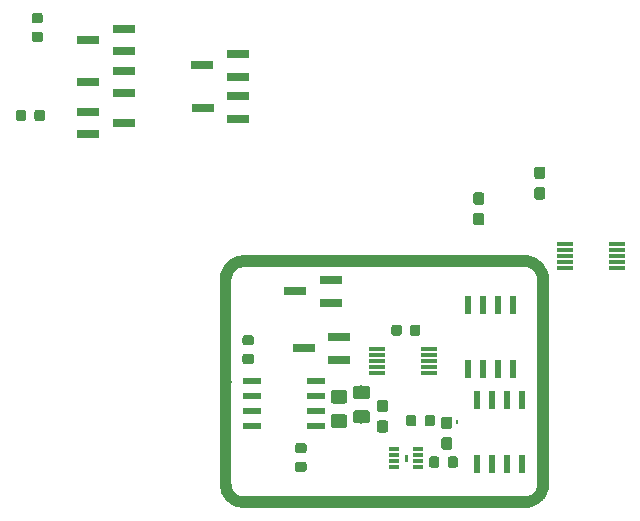
<source format=gtp>
G04 #@! TF.GenerationSoftware,KiCad,Pcbnew,5.1.2-f72e74a~84~ubuntu16.04.1*
G04 #@! TF.CreationDate,2019-07-11T03:11:06-05:00*
G04 #@! TF.ProjectId,uno shield,756e6f20-7368-4696-956c-642e6b696361,rev?*
G04 #@! TF.SameCoordinates,Original*
G04 #@! TF.FileFunction,Paste,Top*
G04 #@! TF.FilePolarity,Positive*
%FSLAX46Y46*%
G04 Gerber Fmt 4.6, Leading zero omitted, Abs format (unit mm)*
G04 Created by KiCad (PCBNEW 5.1.2-f72e74a~84~ubuntu16.04.1) date 2019-07-11 03:11:06*
%MOMM*%
%LPD*%
G04 APERTURE LIST*
%ADD10C,0.001000*%
%ADD11C,0.100000*%
%ADD12C,0.950000*%
%ADD13C,1.000000*%
%ADD14R,0.863600X0.300000*%
%ADD15R,1.900000X0.800000*%
%ADD16C,0.875000*%
%ADD17R,0.600000X1.550000*%
%ADD18R,1.550000X0.600000*%
%ADD19R,1.400000X0.300000*%
%ADD20C,1.150000*%
G04 APERTURE END LIST*
D10*
X152280000Y-118720000D02*
X152130000Y-118720000D01*
X152130034Y-118719343D02*
X152130034Y-118499343D01*
X152280000Y-118500000D02*
X152280000Y-118720000D01*
X152130000Y-118500000D02*
X152280000Y-118500000D01*
G36*
X148000000Y-121955000D02*
G01*
X148000000Y-121485000D01*
X147840000Y-121485000D01*
X147840000Y-121955000D01*
X148000000Y-121955000D01*
G37*
X148000000Y-121955000D02*
X148000000Y-121485000D01*
X147840000Y-121485000D01*
X147840000Y-121955000D01*
X148000000Y-121955000D01*
D11*
G36*
X154360779Y-99206144D02*
G01*
X154383834Y-99209563D01*
X154406443Y-99215227D01*
X154428387Y-99223079D01*
X154449457Y-99233044D01*
X154469448Y-99245026D01*
X154488168Y-99258910D01*
X154505438Y-99274562D01*
X154521090Y-99291832D01*
X154534974Y-99310552D01*
X154546956Y-99330543D01*
X154556921Y-99351613D01*
X154564773Y-99373557D01*
X154570437Y-99396166D01*
X154573856Y-99419221D01*
X154575000Y-99442500D01*
X154575000Y-100017500D01*
X154573856Y-100040779D01*
X154570437Y-100063834D01*
X154564773Y-100086443D01*
X154556921Y-100108387D01*
X154546956Y-100129457D01*
X154534974Y-100149448D01*
X154521090Y-100168168D01*
X154505438Y-100185438D01*
X154488168Y-100201090D01*
X154469448Y-100214974D01*
X154449457Y-100226956D01*
X154428387Y-100236921D01*
X154406443Y-100244773D01*
X154383834Y-100250437D01*
X154360779Y-100253856D01*
X154337500Y-100255000D01*
X153862500Y-100255000D01*
X153839221Y-100253856D01*
X153816166Y-100250437D01*
X153793557Y-100244773D01*
X153771613Y-100236921D01*
X153750543Y-100226956D01*
X153730552Y-100214974D01*
X153711832Y-100201090D01*
X153694562Y-100185438D01*
X153678910Y-100168168D01*
X153665026Y-100149448D01*
X153653044Y-100129457D01*
X153643079Y-100108387D01*
X153635227Y-100086443D01*
X153629563Y-100063834D01*
X153626144Y-100040779D01*
X153625000Y-100017500D01*
X153625000Y-99442500D01*
X153626144Y-99419221D01*
X153629563Y-99396166D01*
X153635227Y-99373557D01*
X153643079Y-99351613D01*
X153653044Y-99330543D01*
X153665026Y-99310552D01*
X153678910Y-99291832D01*
X153694562Y-99274562D01*
X153711832Y-99258910D01*
X153730552Y-99245026D01*
X153750543Y-99233044D01*
X153771613Y-99223079D01*
X153793557Y-99215227D01*
X153816166Y-99209563D01*
X153839221Y-99206144D01*
X153862500Y-99205000D01*
X154337500Y-99205000D01*
X154360779Y-99206144D01*
X154360779Y-99206144D01*
G37*
D12*
X154100000Y-99730000D03*
D11*
G36*
X154360779Y-100956144D02*
G01*
X154383834Y-100959563D01*
X154406443Y-100965227D01*
X154428387Y-100973079D01*
X154449457Y-100983044D01*
X154469448Y-100995026D01*
X154488168Y-101008910D01*
X154505438Y-101024562D01*
X154521090Y-101041832D01*
X154534974Y-101060552D01*
X154546956Y-101080543D01*
X154556921Y-101101613D01*
X154564773Y-101123557D01*
X154570437Y-101146166D01*
X154573856Y-101169221D01*
X154575000Y-101192500D01*
X154575000Y-101767500D01*
X154573856Y-101790779D01*
X154570437Y-101813834D01*
X154564773Y-101836443D01*
X154556921Y-101858387D01*
X154546956Y-101879457D01*
X154534974Y-101899448D01*
X154521090Y-101918168D01*
X154505438Y-101935438D01*
X154488168Y-101951090D01*
X154469448Y-101964974D01*
X154449457Y-101976956D01*
X154428387Y-101986921D01*
X154406443Y-101994773D01*
X154383834Y-102000437D01*
X154360779Y-102003856D01*
X154337500Y-102005000D01*
X153862500Y-102005000D01*
X153839221Y-102003856D01*
X153816166Y-102000437D01*
X153793557Y-101994773D01*
X153771613Y-101986921D01*
X153750543Y-101976956D01*
X153730552Y-101964974D01*
X153711832Y-101951090D01*
X153694562Y-101935438D01*
X153678910Y-101918168D01*
X153665026Y-101899448D01*
X153653044Y-101879457D01*
X153643079Y-101858387D01*
X153635227Y-101836443D01*
X153629563Y-101813834D01*
X153626144Y-101790779D01*
X153625000Y-101767500D01*
X153625000Y-101192500D01*
X153626144Y-101169221D01*
X153629563Y-101146166D01*
X153635227Y-101123557D01*
X153643079Y-101101613D01*
X153653044Y-101080543D01*
X153665026Y-101060552D01*
X153678910Y-101041832D01*
X153694562Y-101024562D01*
X153711832Y-101008910D01*
X153730552Y-100995026D01*
X153750543Y-100983044D01*
X153771613Y-100973079D01*
X153793557Y-100965227D01*
X153816166Y-100959563D01*
X153839221Y-100956144D01*
X153862500Y-100955000D01*
X154337500Y-100955000D01*
X154360779Y-100956144D01*
X154360779Y-100956144D01*
G37*
D12*
X154100000Y-101480000D03*
D11*
G36*
X159530779Y-98771144D02*
G01*
X159553834Y-98774563D01*
X159576443Y-98780227D01*
X159598387Y-98788079D01*
X159619457Y-98798044D01*
X159639448Y-98810026D01*
X159658168Y-98823910D01*
X159675438Y-98839562D01*
X159691090Y-98856832D01*
X159704974Y-98875552D01*
X159716956Y-98895543D01*
X159726921Y-98916613D01*
X159734773Y-98938557D01*
X159740437Y-98961166D01*
X159743856Y-98984221D01*
X159745000Y-99007500D01*
X159745000Y-99582500D01*
X159743856Y-99605779D01*
X159740437Y-99628834D01*
X159734773Y-99651443D01*
X159726921Y-99673387D01*
X159716956Y-99694457D01*
X159704974Y-99714448D01*
X159691090Y-99733168D01*
X159675438Y-99750438D01*
X159658168Y-99766090D01*
X159639448Y-99779974D01*
X159619457Y-99791956D01*
X159598387Y-99801921D01*
X159576443Y-99809773D01*
X159553834Y-99815437D01*
X159530779Y-99818856D01*
X159507500Y-99820000D01*
X159032500Y-99820000D01*
X159009221Y-99818856D01*
X158986166Y-99815437D01*
X158963557Y-99809773D01*
X158941613Y-99801921D01*
X158920543Y-99791956D01*
X158900552Y-99779974D01*
X158881832Y-99766090D01*
X158864562Y-99750438D01*
X158848910Y-99733168D01*
X158835026Y-99714448D01*
X158823044Y-99694457D01*
X158813079Y-99673387D01*
X158805227Y-99651443D01*
X158799563Y-99628834D01*
X158796144Y-99605779D01*
X158795000Y-99582500D01*
X158795000Y-99007500D01*
X158796144Y-98984221D01*
X158799563Y-98961166D01*
X158805227Y-98938557D01*
X158813079Y-98916613D01*
X158823044Y-98895543D01*
X158835026Y-98875552D01*
X158848910Y-98856832D01*
X158864562Y-98839562D01*
X158881832Y-98823910D01*
X158900552Y-98810026D01*
X158920543Y-98798044D01*
X158941613Y-98788079D01*
X158963557Y-98780227D01*
X158986166Y-98774563D01*
X159009221Y-98771144D01*
X159032500Y-98770000D01*
X159507500Y-98770000D01*
X159530779Y-98771144D01*
X159530779Y-98771144D01*
G37*
D12*
X159270000Y-99295000D03*
D11*
G36*
X159530779Y-97021144D02*
G01*
X159553834Y-97024563D01*
X159576443Y-97030227D01*
X159598387Y-97038079D01*
X159619457Y-97048044D01*
X159639448Y-97060026D01*
X159658168Y-97073910D01*
X159675438Y-97089562D01*
X159691090Y-97106832D01*
X159704974Y-97125552D01*
X159716956Y-97145543D01*
X159726921Y-97166613D01*
X159734773Y-97188557D01*
X159740437Y-97211166D01*
X159743856Y-97234221D01*
X159745000Y-97257500D01*
X159745000Y-97832500D01*
X159743856Y-97855779D01*
X159740437Y-97878834D01*
X159734773Y-97901443D01*
X159726921Y-97923387D01*
X159716956Y-97944457D01*
X159704974Y-97964448D01*
X159691090Y-97983168D01*
X159675438Y-98000438D01*
X159658168Y-98016090D01*
X159639448Y-98029974D01*
X159619457Y-98041956D01*
X159598387Y-98051921D01*
X159576443Y-98059773D01*
X159553834Y-98065437D01*
X159530779Y-98068856D01*
X159507500Y-98070000D01*
X159032500Y-98070000D01*
X159009221Y-98068856D01*
X158986166Y-98065437D01*
X158963557Y-98059773D01*
X158941613Y-98051921D01*
X158920543Y-98041956D01*
X158900552Y-98029974D01*
X158881832Y-98016090D01*
X158864562Y-98000438D01*
X158848910Y-97983168D01*
X158835026Y-97964448D01*
X158823044Y-97944457D01*
X158813079Y-97923387D01*
X158805227Y-97901443D01*
X158799563Y-97878834D01*
X158796144Y-97855779D01*
X158795000Y-97832500D01*
X158795000Y-97257500D01*
X158796144Y-97234221D01*
X158799563Y-97211166D01*
X158805227Y-97188557D01*
X158813079Y-97166613D01*
X158823044Y-97145543D01*
X158835026Y-97125552D01*
X158848910Y-97106832D01*
X158864562Y-97089562D01*
X158881832Y-97073910D01*
X158900552Y-97060026D01*
X158920543Y-97048044D01*
X158941613Y-97038079D01*
X158963557Y-97030227D01*
X158986166Y-97024563D01*
X159009221Y-97021144D01*
X159032500Y-97020000D01*
X159507500Y-97020000D01*
X159530779Y-97021144D01*
X159530779Y-97021144D01*
G37*
D12*
X159270000Y-97545000D03*
D13*
X159560000Y-115230000D03*
D11*
G36*
X160060000Y-106630000D02*
G01*
X160060000Y-123830000D01*
X159060000Y-123830000D01*
X159060000Y-106630000D01*
X160060000Y-106630000D01*
X160060000Y-106630000D01*
G37*
D13*
X132660000Y-115230000D03*
D11*
G36*
X133160000Y-106630000D02*
G01*
X133160000Y-123830000D01*
X132160000Y-123830000D01*
X132160000Y-106630000D01*
X133160000Y-106630000D01*
X133160000Y-106630000D01*
G37*
D13*
X146110000Y-125430000D03*
D11*
G36*
X132720014Y-123333617D02*
G01*
X132768167Y-123341842D01*
X132815287Y-123354728D01*
X132860924Y-123372149D01*
X132904644Y-123393941D01*
X132946028Y-123419895D01*
X132984683Y-123449764D01*
X133020238Y-123483262D01*
X133052354Y-123520070D01*
X133080726Y-123559836D01*
X133105082Y-123602181D01*
X133125189Y-123646701D01*
X133140856Y-123692970D01*
X133151933Y-123740548D01*
X133158315Y-123788979D01*
X133159397Y-123821494D01*
X133159491Y-123822595D01*
X133164230Y-123951476D01*
X133178241Y-124055032D01*
X133202293Y-124156739D01*
X133236154Y-124255608D01*
X133279501Y-124350700D01*
X133331919Y-124441107D01*
X133392915Y-124525976D01*
X133461902Y-124604486D01*
X133538210Y-124675881D01*
X133621131Y-124739496D01*
X133709858Y-124794712D01*
X133803553Y-124841009D01*
X133901319Y-124877941D01*
X134002220Y-124905156D01*
X134105297Y-124922396D01*
X134216994Y-124930000D01*
X157966438Y-124930000D01*
X158081476Y-124925770D01*
X158185032Y-124911759D01*
X158286739Y-124887707D01*
X158385608Y-124853846D01*
X158480700Y-124810499D01*
X158571107Y-124758081D01*
X158655976Y-124697085D01*
X158734486Y-124628098D01*
X158805881Y-124551790D01*
X158869496Y-124468869D01*
X158924712Y-124380142D01*
X158971009Y-124286447D01*
X159007941Y-124188681D01*
X159035156Y-124087780D01*
X159052396Y-123984703D01*
X159061155Y-123856040D01*
X159061678Y-123849079D01*
X159068049Y-123800647D01*
X159079116Y-123753067D01*
X159094774Y-123706794D01*
X159114871Y-123662270D01*
X159139219Y-123619920D01*
X159167582Y-123580148D01*
X159199691Y-123543334D01*
X159235239Y-123509829D01*
X159273888Y-123479952D01*
X159315267Y-123453989D01*
X159358982Y-123432188D01*
X159404617Y-123414757D01*
X159451733Y-123401863D01*
X159499884Y-123393627D01*
X159548609Y-123390130D01*
X159597442Y-123391404D01*
X159645917Y-123397437D01*
X159693573Y-123408172D01*
X159739954Y-123423506D01*
X159784617Y-123443293D01*
X159827136Y-123467344D01*
X159867104Y-123495429D01*
X159904143Y-123527280D01*
X159937895Y-123562594D01*
X159968041Y-123601032D01*
X159994292Y-123642229D01*
X160016398Y-123685791D01*
X160034147Y-123731303D01*
X160047370Y-123778328D01*
X160055942Y-123826421D01*
X160059779Y-123875120D01*
X160058845Y-123923960D01*
X160048426Y-124077001D01*
X160048426Y-124077024D01*
X160048423Y-124077051D01*
X160047902Y-124083983D01*
X160045176Y-124104709D01*
X160042730Y-124125540D01*
X160017423Y-124276855D01*
X160016223Y-124283732D01*
X160011484Y-124304106D01*
X160007021Y-124324584D01*
X159967069Y-124472707D01*
X159965204Y-124479434D01*
X159958497Y-124499255D01*
X159952060Y-124519191D01*
X159897849Y-124662698D01*
X159897844Y-124662714D01*
X159897836Y-124662733D01*
X159895332Y-124669222D01*
X159886737Y-124688265D01*
X159878369Y-124707513D01*
X159810407Y-124845054D01*
X159807270Y-124851291D01*
X159796855Y-124869406D01*
X159786655Y-124887737D01*
X159705596Y-125017991D01*
X159701866Y-125023892D01*
X159689719Y-125040925D01*
X159677791Y-125058155D01*
X159584409Y-125179877D01*
X159580121Y-125185386D01*
X159566356Y-125201168D01*
X159552815Y-125217138D01*
X159448000Y-125329166D01*
X159443195Y-125334230D01*
X159427964Y-125348586D01*
X159412924Y-125363163D01*
X159297688Y-125464419D01*
X159297677Y-125464430D01*
X159297663Y-125464441D01*
X159292400Y-125469000D01*
X159275867Y-125481781D01*
X159259450Y-125494842D01*
X159134871Y-125584379D01*
X159129174Y-125588413D01*
X159111435Y-125599543D01*
X159093861Y-125610915D01*
X158961140Y-125687868D01*
X158955076Y-125691327D01*
X158936365Y-125700658D01*
X158917729Y-125710279D01*
X158778141Y-125773908D01*
X158778135Y-125773911D01*
X158778132Y-125773912D01*
X158771760Y-125776763D01*
X158752205Y-125784233D01*
X158732749Y-125791977D01*
X158587613Y-125841684D01*
X158587607Y-125841686D01*
X158587600Y-125841688D01*
X158580989Y-125843901D01*
X158560778Y-125849432D01*
X158540674Y-125855237D01*
X158391382Y-125890543D01*
X158391372Y-125890545D01*
X158384572Y-125892103D01*
X158363937Y-125895632D01*
X158343347Y-125899450D01*
X158191332Y-125920018D01*
X158191315Y-125920021D01*
X158191294Y-125920023D01*
X158184391Y-125920908D01*
X158163515Y-125922406D01*
X158142645Y-125924197D01*
X158010000Y-125929073D01*
X158010000Y-125930000D01*
X157983728Y-125930000D01*
X157982353Y-125930041D01*
X157980780Y-125930000D01*
X157966473Y-125930000D01*
X157963163Y-125930110D01*
X157956113Y-125930000D01*
X134210000Y-125930000D01*
X134210000Y-125929686D01*
X134166040Y-125928845D01*
X134012999Y-125918426D01*
X134012976Y-125918426D01*
X134012949Y-125918423D01*
X134006017Y-125917902D01*
X133985291Y-125915176D01*
X133964460Y-125912730D01*
X133813145Y-125887423D01*
X133806268Y-125886223D01*
X133785894Y-125881484D01*
X133765416Y-125877021D01*
X133617304Y-125837072D01*
X133617295Y-125837070D01*
X133617285Y-125837067D01*
X133610566Y-125835204D01*
X133590745Y-125828497D01*
X133570809Y-125822060D01*
X133427302Y-125767849D01*
X133427286Y-125767844D01*
X133427267Y-125767836D01*
X133420778Y-125765332D01*
X133401735Y-125756737D01*
X133382487Y-125748369D01*
X133244946Y-125680407D01*
X133238709Y-125677270D01*
X133220594Y-125666855D01*
X133202263Y-125656655D01*
X133072009Y-125575596D01*
X133066108Y-125571866D01*
X133049075Y-125559719D01*
X133031845Y-125547791D01*
X132910123Y-125454409D01*
X132904614Y-125450121D01*
X132888832Y-125436356D01*
X132872862Y-125422815D01*
X132760834Y-125318000D01*
X132755770Y-125313195D01*
X132741414Y-125297964D01*
X132726837Y-125282924D01*
X132625581Y-125167688D01*
X132625570Y-125167677D01*
X132625559Y-125167663D01*
X132621000Y-125162400D01*
X132608219Y-125145867D01*
X132595158Y-125129450D01*
X132505621Y-125004871D01*
X132501587Y-124999174D01*
X132490457Y-124981435D01*
X132479085Y-124963861D01*
X132402132Y-124831140D01*
X132398673Y-124825076D01*
X132389342Y-124806365D01*
X132379721Y-124787729D01*
X132316088Y-124648132D01*
X132313237Y-124641760D01*
X132305767Y-124622205D01*
X132298023Y-124602749D01*
X132248315Y-124457609D01*
X132246099Y-124450989D01*
X132240568Y-124430778D01*
X132234763Y-124410674D01*
X132199456Y-124261376D01*
X132197897Y-124254572D01*
X132194368Y-124233937D01*
X132190550Y-124213347D01*
X132169982Y-124061332D01*
X132169979Y-124061315D01*
X132169977Y-124061294D01*
X132169092Y-124054391D01*
X132167594Y-124033515D01*
X132165803Y-124012645D01*
X132160167Y-123859331D01*
X132159959Y-123852353D01*
X132160209Y-123842761D01*
X132159890Y-123833164D01*
X132160061Y-123822203D01*
X132160219Y-123815224D01*
X132164046Y-123766524D01*
X132172607Y-123718430D01*
X132185821Y-123671401D01*
X132203560Y-123625887D01*
X132225658Y-123582320D01*
X132251900Y-123541117D01*
X132282038Y-123502673D01*
X132315783Y-123467353D01*
X132352815Y-123435494D01*
X132392778Y-123407401D01*
X132435292Y-123383341D01*
X132479951Y-123363545D01*
X132526328Y-123348202D01*
X132573982Y-123337457D01*
X132622457Y-123331414D01*
X132671290Y-123330130D01*
X132720014Y-123333617D01*
X132720014Y-123333617D01*
G37*
D13*
X146110000Y-105030000D03*
D11*
G36*
X134263887Y-104530000D02*
G01*
X158010000Y-104530000D01*
X158010000Y-104530314D01*
X158053960Y-104531155D01*
X158207021Y-104541575D01*
X158207028Y-104541575D01*
X158213983Y-104542098D01*
X158234730Y-104544827D01*
X158255541Y-104547270D01*
X158406835Y-104572574D01*
X158406855Y-104572576D01*
X158406878Y-104572581D01*
X158413732Y-104573777D01*
X158434077Y-104578509D01*
X158454584Y-104582979D01*
X158602691Y-104622927D01*
X158602705Y-104622930D01*
X158602721Y-104622935D01*
X158609434Y-104624796D01*
X158629255Y-104631503D01*
X158649191Y-104637940D01*
X158792698Y-104692151D01*
X158792714Y-104692156D01*
X158792733Y-104692164D01*
X158799223Y-104694668D01*
X158818280Y-104703270D01*
X158837513Y-104711631D01*
X158975043Y-104779588D01*
X158975052Y-104779592D01*
X158975061Y-104779597D01*
X158981292Y-104782730D01*
X158999424Y-104793154D01*
X159017737Y-104803345D01*
X159147985Y-104884401D01*
X159147991Y-104884404D01*
X159147992Y-104884405D01*
X159153893Y-104888135D01*
X159170911Y-104900271D01*
X159188155Y-104912209D01*
X159309877Y-105005591D01*
X159315386Y-105009879D01*
X159331168Y-105023644D01*
X159347138Y-105037185D01*
X159459166Y-105142000D01*
X159464230Y-105146805D01*
X159478586Y-105162036D01*
X159493163Y-105177076D01*
X159594430Y-105292323D01*
X159599001Y-105297600D01*
X159611786Y-105314139D01*
X159624843Y-105330551D01*
X159714379Y-105455129D01*
X159718413Y-105460826D01*
X159729529Y-105478543D01*
X159740915Y-105496139D01*
X159817859Y-105628845D01*
X159817871Y-105628864D01*
X159817883Y-105628888D01*
X159821328Y-105634925D01*
X159830673Y-105653663D01*
X159840279Y-105672271D01*
X159903912Y-105811868D01*
X159906763Y-105818240D01*
X159914233Y-105837795D01*
X159921977Y-105857251D01*
X159971685Y-106002391D01*
X159973901Y-106009011D01*
X159979432Y-106029222D01*
X159985237Y-106049326D01*
X160020544Y-106198624D01*
X160022103Y-106205428D01*
X160025632Y-106226063D01*
X160029450Y-106246653D01*
X160050018Y-106398668D01*
X160050021Y-106398685D01*
X160050023Y-106398706D01*
X160050908Y-106405608D01*
X160052407Y-106426494D01*
X160054197Y-106447356D01*
X160059834Y-106600669D01*
X160060041Y-106607647D01*
X160059791Y-106617239D01*
X160060110Y-106626837D01*
X160059939Y-106637797D01*
X160059781Y-106644777D01*
X160055954Y-106693476D01*
X160047393Y-106741570D01*
X160034179Y-106788599D01*
X160016440Y-106834114D01*
X159994342Y-106877680D01*
X159968100Y-106918883D01*
X159937962Y-106957328D01*
X159904217Y-106992648D01*
X159867185Y-107024507D01*
X159827222Y-107052600D01*
X159784708Y-107076660D01*
X159740049Y-107096455D01*
X159693672Y-107111799D01*
X159646018Y-107122544D01*
X159597543Y-107128586D01*
X159548710Y-107129871D01*
X159499986Y-107126383D01*
X159451833Y-107118158D01*
X159404713Y-107105273D01*
X159359076Y-107087852D01*
X159315356Y-107066059D01*
X159273972Y-107040105D01*
X159235317Y-107010237D01*
X159199762Y-106976738D01*
X159167646Y-106939930D01*
X159139274Y-106900164D01*
X159114918Y-106857819D01*
X159094811Y-106813299D01*
X159079144Y-106767030D01*
X159068067Y-106719452D01*
X159061685Y-106671021D01*
X159060603Y-106638507D01*
X159060509Y-106637406D01*
X159055771Y-106508533D01*
X159041759Y-106404968D01*
X159017707Y-106303261D01*
X158983846Y-106204392D01*
X158940500Y-106109300D01*
X158888078Y-106018888D01*
X158827084Y-105934023D01*
X158758103Y-105855519D01*
X158681790Y-105784119D01*
X158598869Y-105720505D01*
X158510140Y-105665287D01*
X158416443Y-105618989D01*
X158318681Y-105582059D01*
X158217777Y-105554843D01*
X158114703Y-105537604D01*
X158003006Y-105530000D01*
X134253561Y-105530000D01*
X134138533Y-105534229D01*
X134034968Y-105548241D01*
X133933261Y-105572293D01*
X133834392Y-105606154D01*
X133739300Y-105649500D01*
X133648888Y-105701922D01*
X133564023Y-105762916D01*
X133485519Y-105831897D01*
X133414119Y-105908210D01*
X133350505Y-105991131D01*
X133295287Y-106079860D01*
X133248989Y-106173557D01*
X133212059Y-106271319D01*
X133184843Y-106372223D01*
X133167604Y-106475297D01*
X133158845Y-106603960D01*
X133158322Y-106610921D01*
X133151951Y-106659354D01*
X133140884Y-106706934D01*
X133125226Y-106753206D01*
X133105129Y-106797730D01*
X133080781Y-106840080D01*
X133052418Y-106879852D01*
X133020309Y-106916667D01*
X132984761Y-106950172D01*
X132946112Y-106980049D01*
X132904733Y-107006011D01*
X132861018Y-107027812D01*
X132815383Y-107045243D01*
X132768267Y-107058138D01*
X132720116Y-107066373D01*
X132671391Y-107069870D01*
X132622558Y-107068596D01*
X132574083Y-107062563D01*
X132526427Y-107051828D01*
X132480046Y-107036494D01*
X132435383Y-107016708D01*
X132392864Y-106992656D01*
X132352896Y-106964572D01*
X132315857Y-106932721D01*
X132282105Y-106897407D01*
X132251959Y-106858968D01*
X132225708Y-106817771D01*
X132203602Y-106774209D01*
X132185853Y-106728698D01*
X132172630Y-106681672D01*
X132164058Y-106633580D01*
X132160221Y-106584880D01*
X132161155Y-106536040D01*
X132171575Y-106382978D01*
X132172098Y-106376017D01*
X132174827Y-106355270D01*
X132177270Y-106334459D01*
X132202574Y-106183165D01*
X132202576Y-106183145D01*
X132202581Y-106183122D01*
X132203777Y-106176268D01*
X132208509Y-106155923D01*
X132212979Y-106135416D01*
X132252927Y-105987309D01*
X132252930Y-105987295D01*
X132252935Y-105987279D01*
X132254796Y-105980566D01*
X132261503Y-105960745D01*
X132267940Y-105940809D01*
X132322151Y-105797302D01*
X132322156Y-105797286D01*
X132322164Y-105797267D01*
X132324668Y-105790777D01*
X132333270Y-105771720D01*
X132341631Y-105752487D01*
X132409588Y-105614957D01*
X132409592Y-105614948D01*
X132409597Y-105614939D01*
X132412730Y-105608708D01*
X132423154Y-105590576D01*
X132433345Y-105572263D01*
X132514405Y-105442008D01*
X132518135Y-105436107D01*
X132530271Y-105419089D01*
X132542209Y-105401845D01*
X132635591Y-105280123D01*
X132639879Y-105274614D01*
X132653644Y-105258832D01*
X132667185Y-105242862D01*
X132772000Y-105130834D01*
X132776805Y-105125770D01*
X132792036Y-105111414D01*
X132807076Y-105096837D01*
X132922323Y-104995570D01*
X132927600Y-104990999D01*
X132944139Y-104978214D01*
X132960551Y-104965157D01*
X133085121Y-104875627D01*
X133085127Y-104875622D01*
X133085134Y-104875618D01*
X133090826Y-104871587D01*
X133108553Y-104860464D01*
X133126139Y-104849085D01*
X133258845Y-104772141D01*
X133258864Y-104772129D01*
X133258888Y-104772117D01*
X133264925Y-104768672D01*
X133283663Y-104759327D01*
X133302271Y-104749721D01*
X133441859Y-104686092D01*
X133441865Y-104686089D01*
X133441872Y-104686086D01*
X133448240Y-104683237D01*
X133467795Y-104675767D01*
X133487251Y-104668023D01*
X133632387Y-104618316D01*
X133632393Y-104618314D01*
X133632400Y-104618312D01*
X133639011Y-104616099D01*
X133659222Y-104610568D01*
X133679326Y-104604763D01*
X133828618Y-104569457D01*
X133828628Y-104569455D01*
X133835428Y-104567897D01*
X133856063Y-104564368D01*
X133876653Y-104560550D01*
X134028668Y-104539982D01*
X134028685Y-104539979D01*
X134028706Y-104539977D01*
X134035608Y-104539092D01*
X134056494Y-104537593D01*
X134077356Y-104535803D01*
X134210000Y-104530926D01*
X134210000Y-104530000D01*
X134236265Y-104530000D01*
X134237647Y-104529959D01*
X134239220Y-104530000D01*
X134253527Y-104530000D01*
X134256836Y-104529890D01*
X134263887Y-104530000D01*
X134263887Y-104530000D01*
G37*
D14*
X148923300Y-122465000D03*
X148923300Y-121965000D03*
X148923300Y-121465000D03*
X148923300Y-120965000D03*
X146916700Y-120965000D03*
X146916700Y-121465000D03*
X146916700Y-121965000D03*
X146916700Y-122465000D03*
D11*
G36*
X151650779Y-119941144D02*
G01*
X151673834Y-119944563D01*
X151696443Y-119950227D01*
X151718387Y-119958079D01*
X151739457Y-119968044D01*
X151759448Y-119980026D01*
X151778168Y-119993910D01*
X151795438Y-120009562D01*
X151811090Y-120026832D01*
X151824974Y-120045552D01*
X151836956Y-120065543D01*
X151846921Y-120086613D01*
X151854773Y-120108557D01*
X151860437Y-120131166D01*
X151863856Y-120154221D01*
X151865000Y-120177500D01*
X151865000Y-120752500D01*
X151863856Y-120775779D01*
X151860437Y-120798834D01*
X151854773Y-120821443D01*
X151846921Y-120843387D01*
X151836956Y-120864457D01*
X151824974Y-120884448D01*
X151811090Y-120903168D01*
X151795438Y-120920438D01*
X151778168Y-120936090D01*
X151759448Y-120949974D01*
X151739457Y-120961956D01*
X151718387Y-120971921D01*
X151696443Y-120979773D01*
X151673834Y-120985437D01*
X151650779Y-120988856D01*
X151627500Y-120990000D01*
X151152500Y-120990000D01*
X151129221Y-120988856D01*
X151106166Y-120985437D01*
X151083557Y-120979773D01*
X151061613Y-120971921D01*
X151040543Y-120961956D01*
X151020552Y-120949974D01*
X151001832Y-120936090D01*
X150984562Y-120920438D01*
X150968910Y-120903168D01*
X150955026Y-120884448D01*
X150943044Y-120864457D01*
X150933079Y-120843387D01*
X150925227Y-120821443D01*
X150919563Y-120798834D01*
X150916144Y-120775779D01*
X150915000Y-120752500D01*
X150915000Y-120177500D01*
X150916144Y-120154221D01*
X150919563Y-120131166D01*
X150925227Y-120108557D01*
X150933079Y-120086613D01*
X150943044Y-120065543D01*
X150955026Y-120045552D01*
X150968910Y-120026832D01*
X150984562Y-120009562D01*
X151001832Y-119993910D01*
X151020552Y-119980026D01*
X151040543Y-119968044D01*
X151061613Y-119958079D01*
X151083557Y-119950227D01*
X151106166Y-119944563D01*
X151129221Y-119941144D01*
X151152500Y-119940000D01*
X151627500Y-119940000D01*
X151650779Y-119941144D01*
X151650779Y-119941144D01*
G37*
D12*
X151390000Y-120465000D03*
D11*
G36*
X151650779Y-118191144D02*
G01*
X151673834Y-118194563D01*
X151696443Y-118200227D01*
X151718387Y-118208079D01*
X151739457Y-118218044D01*
X151759448Y-118230026D01*
X151778168Y-118243910D01*
X151795438Y-118259562D01*
X151811090Y-118276832D01*
X151824974Y-118295552D01*
X151836956Y-118315543D01*
X151846921Y-118336613D01*
X151854773Y-118358557D01*
X151860437Y-118381166D01*
X151863856Y-118404221D01*
X151865000Y-118427500D01*
X151865000Y-119002500D01*
X151863856Y-119025779D01*
X151860437Y-119048834D01*
X151854773Y-119071443D01*
X151846921Y-119093387D01*
X151836956Y-119114457D01*
X151824974Y-119134448D01*
X151811090Y-119153168D01*
X151795438Y-119170438D01*
X151778168Y-119186090D01*
X151759448Y-119199974D01*
X151739457Y-119211956D01*
X151718387Y-119221921D01*
X151696443Y-119229773D01*
X151673834Y-119235437D01*
X151650779Y-119238856D01*
X151627500Y-119240000D01*
X151152500Y-119240000D01*
X151129221Y-119238856D01*
X151106166Y-119235437D01*
X151083557Y-119229773D01*
X151061613Y-119221921D01*
X151040543Y-119211956D01*
X151020552Y-119199974D01*
X151001832Y-119186090D01*
X150984562Y-119170438D01*
X150968910Y-119153168D01*
X150955026Y-119134448D01*
X150943044Y-119114457D01*
X150933079Y-119093387D01*
X150925227Y-119071443D01*
X150919563Y-119048834D01*
X150916144Y-119025779D01*
X150915000Y-119002500D01*
X150915000Y-118427500D01*
X150916144Y-118404221D01*
X150919563Y-118381166D01*
X150925227Y-118358557D01*
X150933079Y-118336613D01*
X150943044Y-118315543D01*
X150955026Y-118295552D01*
X150968910Y-118276832D01*
X150984562Y-118259562D01*
X151001832Y-118243910D01*
X151020552Y-118230026D01*
X151040543Y-118218044D01*
X151061613Y-118208079D01*
X151083557Y-118200227D01*
X151106166Y-118194563D01*
X151129221Y-118191144D01*
X151152500Y-118190000D01*
X151627500Y-118190000D01*
X151650779Y-118191144D01*
X151650779Y-118191144D01*
G37*
D12*
X151390000Y-118715000D03*
D15*
X124030000Y-87270000D03*
X124030000Y-85370000D03*
X121030000Y-86320000D03*
X124030000Y-90800000D03*
X124030000Y-88900000D03*
X121030000Y-89850000D03*
X121030000Y-92400000D03*
X121030000Y-94300000D03*
X124030000Y-93350000D03*
X133680000Y-89400000D03*
X133680000Y-87500000D03*
X130680000Y-88450000D03*
X133710000Y-92980000D03*
X133710000Y-91080000D03*
X130710000Y-92030000D03*
D11*
G36*
X115582691Y-92226053D02*
G01*
X115603926Y-92229203D01*
X115624750Y-92234419D01*
X115644962Y-92241651D01*
X115664368Y-92250830D01*
X115682781Y-92261866D01*
X115700024Y-92274654D01*
X115715930Y-92289070D01*
X115730346Y-92304976D01*
X115743134Y-92322219D01*
X115754170Y-92340632D01*
X115763349Y-92360038D01*
X115770581Y-92380250D01*
X115775797Y-92401074D01*
X115778947Y-92422309D01*
X115780000Y-92443750D01*
X115780000Y-92956250D01*
X115778947Y-92977691D01*
X115775797Y-92998926D01*
X115770581Y-93019750D01*
X115763349Y-93039962D01*
X115754170Y-93059368D01*
X115743134Y-93077781D01*
X115730346Y-93095024D01*
X115715930Y-93110930D01*
X115700024Y-93125346D01*
X115682781Y-93138134D01*
X115664368Y-93149170D01*
X115644962Y-93158349D01*
X115624750Y-93165581D01*
X115603926Y-93170797D01*
X115582691Y-93173947D01*
X115561250Y-93175000D01*
X115123750Y-93175000D01*
X115102309Y-93173947D01*
X115081074Y-93170797D01*
X115060250Y-93165581D01*
X115040038Y-93158349D01*
X115020632Y-93149170D01*
X115002219Y-93138134D01*
X114984976Y-93125346D01*
X114969070Y-93110930D01*
X114954654Y-93095024D01*
X114941866Y-93077781D01*
X114930830Y-93059368D01*
X114921651Y-93039962D01*
X114914419Y-93019750D01*
X114909203Y-92998926D01*
X114906053Y-92977691D01*
X114905000Y-92956250D01*
X114905000Y-92443750D01*
X114906053Y-92422309D01*
X114909203Y-92401074D01*
X114914419Y-92380250D01*
X114921651Y-92360038D01*
X114930830Y-92340632D01*
X114941866Y-92322219D01*
X114954654Y-92304976D01*
X114969070Y-92289070D01*
X114984976Y-92274654D01*
X115002219Y-92261866D01*
X115020632Y-92250830D01*
X115040038Y-92241651D01*
X115060250Y-92234419D01*
X115081074Y-92229203D01*
X115102309Y-92226053D01*
X115123750Y-92225000D01*
X115561250Y-92225000D01*
X115582691Y-92226053D01*
X115582691Y-92226053D01*
G37*
D16*
X115342500Y-92700000D03*
D11*
G36*
X117157691Y-92226053D02*
G01*
X117178926Y-92229203D01*
X117199750Y-92234419D01*
X117219962Y-92241651D01*
X117239368Y-92250830D01*
X117257781Y-92261866D01*
X117275024Y-92274654D01*
X117290930Y-92289070D01*
X117305346Y-92304976D01*
X117318134Y-92322219D01*
X117329170Y-92340632D01*
X117338349Y-92360038D01*
X117345581Y-92380250D01*
X117350797Y-92401074D01*
X117353947Y-92422309D01*
X117355000Y-92443750D01*
X117355000Y-92956250D01*
X117353947Y-92977691D01*
X117350797Y-92998926D01*
X117345581Y-93019750D01*
X117338349Y-93039962D01*
X117329170Y-93059368D01*
X117318134Y-93077781D01*
X117305346Y-93095024D01*
X117290930Y-93110930D01*
X117275024Y-93125346D01*
X117257781Y-93138134D01*
X117239368Y-93149170D01*
X117219962Y-93158349D01*
X117199750Y-93165581D01*
X117178926Y-93170797D01*
X117157691Y-93173947D01*
X117136250Y-93175000D01*
X116698750Y-93175000D01*
X116677309Y-93173947D01*
X116656074Y-93170797D01*
X116635250Y-93165581D01*
X116615038Y-93158349D01*
X116595632Y-93149170D01*
X116577219Y-93138134D01*
X116559976Y-93125346D01*
X116544070Y-93110930D01*
X116529654Y-93095024D01*
X116516866Y-93077781D01*
X116505830Y-93059368D01*
X116496651Y-93039962D01*
X116489419Y-93019750D01*
X116484203Y-92998926D01*
X116481053Y-92977691D01*
X116480000Y-92956250D01*
X116480000Y-92443750D01*
X116481053Y-92422309D01*
X116484203Y-92401074D01*
X116489419Y-92380250D01*
X116496651Y-92360038D01*
X116505830Y-92340632D01*
X116516866Y-92322219D01*
X116529654Y-92304976D01*
X116544070Y-92289070D01*
X116559976Y-92274654D01*
X116577219Y-92261866D01*
X116595632Y-92250830D01*
X116615038Y-92241651D01*
X116635250Y-92234419D01*
X116656074Y-92229203D01*
X116677309Y-92226053D01*
X116698750Y-92225000D01*
X117136250Y-92225000D01*
X117157691Y-92226053D01*
X117157691Y-92226053D01*
G37*
D16*
X116917500Y-92700000D03*
D11*
G36*
X116987691Y-84016053D02*
G01*
X117008926Y-84019203D01*
X117029750Y-84024419D01*
X117049962Y-84031651D01*
X117069368Y-84040830D01*
X117087781Y-84051866D01*
X117105024Y-84064654D01*
X117120930Y-84079070D01*
X117135346Y-84094976D01*
X117148134Y-84112219D01*
X117159170Y-84130632D01*
X117168349Y-84150038D01*
X117175581Y-84170250D01*
X117180797Y-84191074D01*
X117183947Y-84212309D01*
X117185000Y-84233750D01*
X117185000Y-84671250D01*
X117183947Y-84692691D01*
X117180797Y-84713926D01*
X117175581Y-84734750D01*
X117168349Y-84754962D01*
X117159170Y-84774368D01*
X117148134Y-84792781D01*
X117135346Y-84810024D01*
X117120930Y-84825930D01*
X117105024Y-84840346D01*
X117087781Y-84853134D01*
X117069368Y-84864170D01*
X117049962Y-84873349D01*
X117029750Y-84880581D01*
X117008926Y-84885797D01*
X116987691Y-84888947D01*
X116966250Y-84890000D01*
X116453750Y-84890000D01*
X116432309Y-84888947D01*
X116411074Y-84885797D01*
X116390250Y-84880581D01*
X116370038Y-84873349D01*
X116350632Y-84864170D01*
X116332219Y-84853134D01*
X116314976Y-84840346D01*
X116299070Y-84825930D01*
X116284654Y-84810024D01*
X116271866Y-84792781D01*
X116260830Y-84774368D01*
X116251651Y-84754962D01*
X116244419Y-84734750D01*
X116239203Y-84713926D01*
X116236053Y-84692691D01*
X116235000Y-84671250D01*
X116235000Y-84233750D01*
X116236053Y-84212309D01*
X116239203Y-84191074D01*
X116244419Y-84170250D01*
X116251651Y-84150038D01*
X116260830Y-84130632D01*
X116271866Y-84112219D01*
X116284654Y-84094976D01*
X116299070Y-84079070D01*
X116314976Y-84064654D01*
X116332219Y-84051866D01*
X116350632Y-84040830D01*
X116370038Y-84031651D01*
X116390250Y-84024419D01*
X116411074Y-84019203D01*
X116432309Y-84016053D01*
X116453750Y-84015000D01*
X116966250Y-84015000D01*
X116987691Y-84016053D01*
X116987691Y-84016053D01*
G37*
D16*
X116710000Y-84452500D03*
D11*
G36*
X116987691Y-85591053D02*
G01*
X117008926Y-85594203D01*
X117029750Y-85599419D01*
X117049962Y-85606651D01*
X117069368Y-85615830D01*
X117087781Y-85626866D01*
X117105024Y-85639654D01*
X117120930Y-85654070D01*
X117135346Y-85669976D01*
X117148134Y-85687219D01*
X117159170Y-85705632D01*
X117168349Y-85725038D01*
X117175581Y-85745250D01*
X117180797Y-85766074D01*
X117183947Y-85787309D01*
X117185000Y-85808750D01*
X117185000Y-86246250D01*
X117183947Y-86267691D01*
X117180797Y-86288926D01*
X117175581Y-86309750D01*
X117168349Y-86329962D01*
X117159170Y-86349368D01*
X117148134Y-86367781D01*
X117135346Y-86385024D01*
X117120930Y-86400930D01*
X117105024Y-86415346D01*
X117087781Y-86428134D01*
X117069368Y-86439170D01*
X117049962Y-86448349D01*
X117029750Y-86455581D01*
X117008926Y-86460797D01*
X116987691Y-86463947D01*
X116966250Y-86465000D01*
X116453750Y-86465000D01*
X116432309Y-86463947D01*
X116411074Y-86460797D01*
X116390250Y-86455581D01*
X116370038Y-86448349D01*
X116350632Y-86439170D01*
X116332219Y-86428134D01*
X116314976Y-86415346D01*
X116299070Y-86400930D01*
X116284654Y-86385024D01*
X116271866Y-86367781D01*
X116260830Y-86349368D01*
X116251651Y-86329962D01*
X116244419Y-86309750D01*
X116239203Y-86288926D01*
X116236053Y-86267691D01*
X116235000Y-86246250D01*
X116235000Y-85808750D01*
X116236053Y-85787309D01*
X116239203Y-85766074D01*
X116244419Y-85745250D01*
X116251651Y-85725038D01*
X116260830Y-85705632D01*
X116271866Y-85687219D01*
X116284654Y-85669976D01*
X116299070Y-85654070D01*
X116314976Y-85639654D01*
X116332219Y-85626866D01*
X116350632Y-85615830D01*
X116370038Y-85606651D01*
X116390250Y-85599419D01*
X116411074Y-85594203D01*
X116432309Y-85591053D01*
X116453750Y-85590000D01*
X116966250Y-85590000D01*
X116987691Y-85591053D01*
X116987691Y-85591053D01*
G37*
D16*
X116710000Y-86027500D03*
D11*
G36*
X134847691Y-111296053D02*
G01*
X134868926Y-111299203D01*
X134889750Y-111304419D01*
X134909962Y-111311651D01*
X134929368Y-111320830D01*
X134947781Y-111331866D01*
X134965024Y-111344654D01*
X134980930Y-111359070D01*
X134995346Y-111374976D01*
X135008134Y-111392219D01*
X135019170Y-111410632D01*
X135028349Y-111430038D01*
X135035581Y-111450250D01*
X135040797Y-111471074D01*
X135043947Y-111492309D01*
X135045000Y-111513750D01*
X135045000Y-111951250D01*
X135043947Y-111972691D01*
X135040797Y-111993926D01*
X135035581Y-112014750D01*
X135028349Y-112034962D01*
X135019170Y-112054368D01*
X135008134Y-112072781D01*
X134995346Y-112090024D01*
X134980930Y-112105930D01*
X134965024Y-112120346D01*
X134947781Y-112133134D01*
X134929368Y-112144170D01*
X134909962Y-112153349D01*
X134889750Y-112160581D01*
X134868926Y-112165797D01*
X134847691Y-112168947D01*
X134826250Y-112170000D01*
X134313750Y-112170000D01*
X134292309Y-112168947D01*
X134271074Y-112165797D01*
X134250250Y-112160581D01*
X134230038Y-112153349D01*
X134210632Y-112144170D01*
X134192219Y-112133134D01*
X134174976Y-112120346D01*
X134159070Y-112105930D01*
X134144654Y-112090024D01*
X134131866Y-112072781D01*
X134120830Y-112054368D01*
X134111651Y-112034962D01*
X134104419Y-112014750D01*
X134099203Y-111993926D01*
X134096053Y-111972691D01*
X134095000Y-111951250D01*
X134095000Y-111513750D01*
X134096053Y-111492309D01*
X134099203Y-111471074D01*
X134104419Y-111450250D01*
X134111651Y-111430038D01*
X134120830Y-111410632D01*
X134131866Y-111392219D01*
X134144654Y-111374976D01*
X134159070Y-111359070D01*
X134174976Y-111344654D01*
X134192219Y-111331866D01*
X134210632Y-111320830D01*
X134230038Y-111311651D01*
X134250250Y-111304419D01*
X134271074Y-111299203D01*
X134292309Y-111296053D01*
X134313750Y-111295000D01*
X134826250Y-111295000D01*
X134847691Y-111296053D01*
X134847691Y-111296053D01*
G37*
D16*
X134570000Y-111732500D03*
D11*
G36*
X134847691Y-112871053D02*
G01*
X134868926Y-112874203D01*
X134889750Y-112879419D01*
X134909962Y-112886651D01*
X134929368Y-112895830D01*
X134947781Y-112906866D01*
X134965024Y-112919654D01*
X134980930Y-112934070D01*
X134995346Y-112949976D01*
X135008134Y-112967219D01*
X135019170Y-112985632D01*
X135028349Y-113005038D01*
X135035581Y-113025250D01*
X135040797Y-113046074D01*
X135043947Y-113067309D01*
X135045000Y-113088750D01*
X135045000Y-113526250D01*
X135043947Y-113547691D01*
X135040797Y-113568926D01*
X135035581Y-113589750D01*
X135028349Y-113609962D01*
X135019170Y-113629368D01*
X135008134Y-113647781D01*
X134995346Y-113665024D01*
X134980930Y-113680930D01*
X134965024Y-113695346D01*
X134947781Y-113708134D01*
X134929368Y-113719170D01*
X134909962Y-113728349D01*
X134889750Y-113735581D01*
X134868926Y-113740797D01*
X134847691Y-113743947D01*
X134826250Y-113745000D01*
X134313750Y-113745000D01*
X134292309Y-113743947D01*
X134271074Y-113740797D01*
X134250250Y-113735581D01*
X134230038Y-113728349D01*
X134210632Y-113719170D01*
X134192219Y-113708134D01*
X134174976Y-113695346D01*
X134159070Y-113680930D01*
X134144654Y-113665024D01*
X134131866Y-113647781D01*
X134120830Y-113629368D01*
X134111651Y-113609962D01*
X134104419Y-113589750D01*
X134099203Y-113568926D01*
X134096053Y-113547691D01*
X134095000Y-113526250D01*
X134095000Y-113088750D01*
X134096053Y-113067309D01*
X134099203Y-113046074D01*
X134104419Y-113025250D01*
X134111651Y-113005038D01*
X134120830Y-112985632D01*
X134131866Y-112967219D01*
X134144654Y-112949976D01*
X134159070Y-112934070D01*
X134174976Y-112919654D01*
X134192219Y-112906866D01*
X134210632Y-112895830D01*
X134230038Y-112886651D01*
X134250250Y-112879419D01*
X134271074Y-112874203D01*
X134292309Y-112871053D01*
X134313750Y-112870000D01*
X134826250Y-112870000D01*
X134847691Y-112871053D01*
X134847691Y-112871053D01*
G37*
D16*
X134570000Y-113307500D03*
D11*
G36*
X147382691Y-110396053D02*
G01*
X147403926Y-110399203D01*
X147424750Y-110404419D01*
X147444962Y-110411651D01*
X147464368Y-110420830D01*
X147482781Y-110431866D01*
X147500024Y-110444654D01*
X147515930Y-110459070D01*
X147530346Y-110474976D01*
X147543134Y-110492219D01*
X147554170Y-110510632D01*
X147563349Y-110530038D01*
X147570581Y-110550250D01*
X147575797Y-110571074D01*
X147578947Y-110592309D01*
X147580000Y-110613750D01*
X147580000Y-111126250D01*
X147578947Y-111147691D01*
X147575797Y-111168926D01*
X147570581Y-111189750D01*
X147563349Y-111209962D01*
X147554170Y-111229368D01*
X147543134Y-111247781D01*
X147530346Y-111265024D01*
X147515930Y-111280930D01*
X147500024Y-111295346D01*
X147482781Y-111308134D01*
X147464368Y-111319170D01*
X147444962Y-111328349D01*
X147424750Y-111335581D01*
X147403926Y-111340797D01*
X147382691Y-111343947D01*
X147361250Y-111345000D01*
X146923750Y-111345000D01*
X146902309Y-111343947D01*
X146881074Y-111340797D01*
X146860250Y-111335581D01*
X146840038Y-111328349D01*
X146820632Y-111319170D01*
X146802219Y-111308134D01*
X146784976Y-111295346D01*
X146769070Y-111280930D01*
X146754654Y-111265024D01*
X146741866Y-111247781D01*
X146730830Y-111229368D01*
X146721651Y-111209962D01*
X146714419Y-111189750D01*
X146709203Y-111168926D01*
X146706053Y-111147691D01*
X146705000Y-111126250D01*
X146705000Y-110613750D01*
X146706053Y-110592309D01*
X146709203Y-110571074D01*
X146714419Y-110550250D01*
X146721651Y-110530038D01*
X146730830Y-110510632D01*
X146741866Y-110492219D01*
X146754654Y-110474976D01*
X146769070Y-110459070D01*
X146784976Y-110444654D01*
X146802219Y-110431866D01*
X146820632Y-110420830D01*
X146840038Y-110411651D01*
X146860250Y-110404419D01*
X146881074Y-110399203D01*
X146902309Y-110396053D01*
X146923750Y-110395000D01*
X147361250Y-110395000D01*
X147382691Y-110396053D01*
X147382691Y-110396053D01*
G37*
D16*
X147142500Y-110870000D03*
D11*
G36*
X148957691Y-110396053D02*
G01*
X148978926Y-110399203D01*
X148999750Y-110404419D01*
X149019962Y-110411651D01*
X149039368Y-110420830D01*
X149057781Y-110431866D01*
X149075024Y-110444654D01*
X149090930Y-110459070D01*
X149105346Y-110474976D01*
X149118134Y-110492219D01*
X149129170Y-110510632D01*
X149138349Y-110530038D01*
X149145581Y-110550250D01*
X149150797Y-110571074D01*
X149153947Y-110592309D01*
X149155000Y-110613750D01*
X149155000Y-111126250D01*
X149153947Y-111147691D01*
X149150797Y-111168926D01*
X149145581Y-111189750D01*
X149138349Y-111209962D01*
X149129170Y-111229368D01*
X149118134Y-111247781D01*
X149105346Y-111265024D01*
X149090930Y-111280930D01*
X149075024Y-111295346D01*
X149057781Y-111308134D01*
X149039368Y-111319170D01*
X149019962Y-111328349D01*
X148999750Y-111335581D01*
X148978926Y-111340797D01*
X148957691Y-111343947D01*
X148936250Y-111345000D01*
X148498750Y-111345000D01*
X148477309Y-111343947D01*
X148456074Y-111340797D01*
X148435250Y-111335581D01*
X148415038Y-111328349D01*
X148395632Y-111319170D01*
X148377219Y-111308134D01*
X148359976Y-111295346D01*
X148344070Y-111280930D01*
X148329654Y-111265024D01*
X148316866Y-111247781D01*
X148305830Y-111229368D01*
X148296651Y-111209962D01*
X148289419Y-111189750D01*
X148284203Y-111168926D01*
X148281053Y-111147691D01*
X148280000Y-111126250D01*
X148280000Y-110613750D01*
X148281053Y-110592309D01*
X148284203Y-110571074D01*
X148289419Y-110550250D01*
X148296651Y-110530038D01*
X148305830Y-110510632D01*
X148316866Y-110492219D01*
X148329654Y-110474976D01*
X148344070Y-110459070D01*
X148359976Y-110444654D01*
X148377219Y-110431866D01*
X148395632Y-110420830D01*
X148415038Y-110411651D01*
X148435250Y-110404419D01*
X148456074Y-110399203D01*
X148477309Y-110396053D01*
X148498750Y-110395000D01*
X148936250Y-110395000D01*
X148957691Y-110396053D01*
X148957691Y-110396053D01*
G37*
D16*
X148717500Y-110870000D03*
D17*
X157785000Y-116770000D03*
X156515000Y-116770000D03*
X155245000Y-116770000D03*
X153975000Y-116770000D03*
X153975000Y-122170000D03*
X155245000Y-122170000D03*
X156515000Y-122170000D03*
X157785000Y-122170000D03*
X156975000Y-108750000D03*
X155705000Y-108750000D03*
X154435000Y-108750000D03*
X153165000Y-108750000D03*
X153165000Y-114150000D03*
X154435000Y-114150000D03*
X155705000Y-114150000D03*
X156975000Y-114150000D03*
D18*
X134880000Y-118975000D03*
X134880000Y-117705000D03*
X134880000Y-116435000D03*
X134880000Y-115165000D03*
X140280000Y-115165000D03*
X140280000Y-116435000D03*
X140280000Y-117705000D03*
X140280000Y-118975000D03*
D19*
X165790000Y-105590000D03*
X165790000Y-105090000D03*
X165790000Y-104590000D03*
X165790000Y-104090000D03*
X165790000Y-103590000D03*
X161390000Y-103590000D03*
X161390000Y-104090000D03*
X161390000Y-104590000D03*
X161390000Y-105090000D03*
X161390000Y-105590000D03*
D11*
G36*
X139317691Y-120426053D02*
G01*
X139338926Y-120429203D01*
X139359750Y-120434419D01*
X139379962Y-120441651D01*
X139399368Y-120450830D01*
X139417781Y-120461866D01*
X139435024Y-120474654D01*
X139450930Y-120489070D01*
X139465346Y-120504976D01*
X139478134Y-120522219D01*
X139489170Y-120540632D01*
X139498349Y-120560038D01*
X139505581Y-120580250D01*
X139510797Y-120601074D01*
X139513947Y-120622309D01*
X139515000Y-120643750D01*
X139515000Y-121081250D01*
X139513947Y-121102691D01*
X139510797Y-121123926D01*
X139505581Y-121144750D01*
X139498349Y-121164962D01*
X139489170Y-121184368D01*
X139478134Y-121202781D01*
X139465346Y-121220024D01*
X139450930Y-121235930D01*
X139435024Y-121250346D01*
X139417781Y-121263134D01*
X139399368Y-121274170D01*
X139379962Y-121283349D01*
X139359750Y-121290581D01*
X139338926Y-121295797D01*
X139317691Y-121298947D01*
X139296250Y-121300000D01*
X138783750Y-121300000D01*
X138762309Y-121298947D01*
X138741074Y-121295797D01*
X138720250Y-121290581D01*
X138700038Y-121283349D01*
X138680632Y-121274170D01*
X138662219Y-121263134D01*
X138644976Y-121250346D01*
X138629070Y-121235930D01*
X138614654Y-121220024D01*
X138601866Y-121202781D01*
X138590830Y-121184368D01*
X138581651Y-121164962D01*
X138574419Y-121144750D01*
X138569203Y-121123926D01*
X138566053Y-121102691D01*
X138565000Y-121081250D01*
X138565000Y-120643750D01*
X138566053Y-120622309D01*
X138569203Y-120601074D01*
X138574419Y-120580250D01*
X138581651Y-120560038D01*
X138590830Y-120540632D01*
X138601866Y-120522219D01*
X138614654Y-120504976D01*
X138629070Y-120489070D01*
X138644976Y-120474654D01*
X138662219Y-120461866D01*
X138680632Y-120450830D01*
X138700038Y-120441651D01*
X138720250Y-120434419D01*
X138741074Y-120429203D01*
X138762309Y-120426053D01*
X138783750Y-120425000D01*
X139296250Y-120425000D01*
X139317691Y-120426053D01*
X139317691Y-120426053D01*
G37*
D16*
X139040000Y-120862500D03*
D11*
G36*
X139317691Y-122001053D02*
G01*
X139338926Y-122004203D01*
X139359750Y-122009419D01*
X139379962Y-122016651D01*
X139399368Y-122025830D01*
X139417781Y-122036866D01*
X139435024Y-122049654D01*
X139450930Y-122064070D01*
X139465346Y-122079976D01*
X139478134Y-122097219D01*
X139489170Y-122115632D01*
X139498349Y-122135038D01*
X139505581Y-122155250D01*
X139510797Y-122176074D01*
X139513947Y-122197309D01*
X139515000Y-122218750D01*
X139515000Y-122656250D01*
X139513947Y-122677691D01*
X139510797Y-122698926D01*
X139505581Y-122719750D01*
X139498349Y-122739962D01*
X139489170Y-122759368D01*
X139478134Y-122777781D01*
X139465346Y-122795024D01*
X139450930Y-122810930D01*
X139435024Y-122825346D01*
X139417781Y-122838134D01*
X139399368Y-122849170D01*
X139379962Y-122858349D01*
X139359750Y-122865581D01*
X139338926Y-122870797D01*
X139317691Y-122873947D01*
X139296250Y-122875000D01*
X138783750Y-122875000D01*
X138762309Y-122873947D01*
X138741074Y-122870797D01*
X138720250Y-122865581D01*
X138700038Y-122858349D01*
X138680632Y-122849170D01*
X138662219Y-122838134D01*
X138644976Y-122825346D01*
X138629070Y-122810930D01*
X138614654Y-122795024D01*
X138601866Y-122777781D01*
X138590830Y-122759368D01*
X138581651Y-122739962D01*
X138574419Y-122719750D01*
X138569203Y-122698926D01*
X138566053Y-122677691D01*
X138565000Y-122656250D01*
X138565000Y-122218750D01*
X138566053Y-122197309D01*
X138569203Y-122176074D01*
X138574419Y-122155250D01*
X138581651Y-122135038D01*
X138590830Y-122115632D01*
X138601866Y-122097219D01*
X138614654Y-122079976D01*
X138629070Y-122064070D01*
X138644976Y-122049654D01*
X138662219Y-122036866D01*
X138680632Y-122025830D01*
X138700038Y-122016651D01*
X138720250Y-122009419D01*
X138741074Y-122004203D01*
X138762309Y-122001053D01*
X138783750Y-122000000D01*
X139296250Y-122000000D01*
X139317691Y-122001053D01*
X139317691Y-122001053D01*
G37*
D16*
X139040000Y-122437500D03*
D11*
G36*
X152137691Y-121566053D02*
G01*
X152158926Y-121569203D01*
X152179750Y-121574419D01*
X152199962Y-121581651D01*
X152219368Y-121590830D01*
X152237781Y-121601866D01*
X152255024Y-121614654D01*
X152270930Y-121629070D01*
X152285346Y-121644976D01*
X152298134Y-121662219D01*
X152309170Y-121680632D01*
X152318349Y-121700038D01*
X152325581Y-121720250D01*
X152330797Y-121741074D01*
X152333947Y-121762309D01*
X152335000Y-121783750D01*
X152335000Y-122296250D01*
X152333947Y-122317691D01*
X152330797Y-122338926D01*
X152325581Y-122359750D01*
X152318349Y-122379962D01*
X152309170Y-122399368D01*
X152298134Y-122417781D01*
X152285346Y-122435024D01*
X152270930Y-122450930D01*
X152255024Y-122465346D01*
X152237781Y-122478134D01*
X152219368Y-122489170D01*
X152199962Y-122498349D01*
X152179750Y-122505581D01*
X152158926Y-122510797D01*
X152137691Y-122513947D01*
X152116250Y-122515000D01*
X151678750Y-122515000D01*
X151657309Y-122513947D01*
X151636074Y-122510797D01*
X151615250Y-122505581D01*
X151595038Y-122498349D01*
X151575632Y-122489170D01*
X151557219Y-122478134D01*
X151539976Y-122465346D01*
X151524070Y-122450930D01*
X151509654Y-122435024D01*
X151496866Y-122417781D01*
X151485830Y-122399368D01*
X151476651Y-122379962D01*
X151469419Y-122359750D01*
X151464203Y-122338926D01*
X151461053Y-122317691D01*
X151460000Y-122296250D01*
X151460000Y-121783750D01*
X151461053Y-121762309D01*
X151464203Y-121741074D01*
X151469419Y-121720250D01*
X151476651Y-121700038D01*
X151485830Y-121680632D01*
X151496866Y-121662219D01*
X151509654Y-121644976D01*
X151524070Y-121629070D01*
X151539976Y-121614654D01*
X151557219Y-121601866D01*
X151575632Y-121590830D01*
X151595038Y-121581651D01*
X151615250Y-121574419D01*
X151636074Y-121569203D01*
X151657309Y-121566053D01*
X151678750Y-121565000D01*
X152116250Y-121565000D01*
X152137691Y-121566053D01*
X152137691Y-121566053D01*
G37*
D16*
X151897500Y-122040000D03*
D11*
G36*
X150562691Y-121566053D02*
G01*
X150583926Y-121569203D01*
X150604750Y-121574419D01*
X150624962Y-121581651D01*
X150644368Y-121590830D01*
X150662781Y-121601866D01*
X150680024Y-121614654D01*
X150695930Y-121629070D01*
X150710346Y-121644976D01*
X150723134Y-121662219D01*
X150734170Y-121680632D01*
X150743349Y-121700038D01*
X150750581Y-121720250D01*
X150755797Y-121741074D01*
X150758947Y-121762309D01*
X150760000Y-121783750D01*
X150760000Y-122296250D01*
X150758947Y-122317691D01*
X150755797Y-122338926D01*
X150750581Y-122359750D01*
X150743349Y-122379962D01*
X150734170Y-122399368D01*
X150723134Y-122417781D01*
X150710346Y-122435024D01*
X150695930Y-122450930D01*
X150680024Y-122465346D01*
X150662781Y-122478134D01*
X150644368Y-122489170D01*
X150624962Y-122498349D01*
X150604750Y-122505581D01*
X150583926Y-122510797D01*
X150562691Y-122513947D01*
X150541250Y-122515000D01*
X150103750Y-122515000D01*
X150082309Y-122513947D01*
X150061074Y-122510797D01*
X150040250Y-122505581D01*
X150020038Y-122498349D01*
X150000632Y-122489170D01*
X149982219Y-122478134D01*
X149964976Y-122465346D01*
X149949070Y-122450930D01*
X149934654Y-122435024D01*
X149921866Y-122417781D01*
X149910830Y-122399368D01*
X149901651Y-122379962D01*
X149894419Y-122359750D01*
X149889203Y-122338926D01*
X149886053Y-122317691D01*
X149885000Y-122296250D01*
X149885000Y-121783750D01*
X149886053Y-121762309D01*
X149889203Y-121741074D01*
X149894419Y-121720250D01*
X149901651Y-121700038D01*
X149910830Y-121680632D01*
X149921866Y-121662219D01*
X149934654Y-121644976D01*
X149949070Y-121629070D01*
X149964976Y-121614654D01*
X149982219Y-121601866D01*
X150000632Y-121590830D01*
X150020038Y-121581651D01*
X150040250Y-121574419D01*
X150061074Y-121569203D01*
X150082309Y-121566053D01*
X150103750Y-121565000D01*
X150541250Y-121565000D01*
X150562691Y-121566053D01*
X150562691Y-121566053D01*
G37*
D16*
X150322500Y-122040000D03*
D11*
G36*
X150187691Y-118066053D02*
G01*
X150208926Y-118069203D01*
X150229750Y-118074419D01*
X150249962Y-118081651D01*
X150269368Y-118090830D01*
X150287781Y-118101866D01*
X150305024Y-118114654D01*
X150320930Y-118129070D01*
X150335346Y-118144976D01*
X150348134Y-118162219D01*
X150359170Y-118180632D01*
X150368349Y-118200038D01*
X150375581Y-118220250D01*
X150380797Y-118241074D01*
X150383947Y-118262309D01*
X150385000Y-118283750D01*
X150385000Y-118796250D01*
X150383947Y-118817691D01*
X150380797Y-118838926D01*
X150375581Y-118859750D01*
X150368349Y-118879962D01*
X150359170Y-118899368D01*
X150348134Y-118917781D01*
X150335346Y-118935024D01*
X150320930Y-118950930D01*
X150305024Y-118965346D01*
X150287781Y-118978134D01*
X150269368Y-118989170D01*
X150249962Y-118998349D01*
X150229750Y-119005581D01*
X150208926Y-119010797D01*
X150187691Y-119013947D01*
X150166250Y-119015000D01*
X149728750Y-119015000D01*
X149707309Y-119013947D01*
X149686074Y-119010797D01*
X149665250Y-119005581D01*
X149645038Y-118998349D01*
X149625632Y-118989170D01*
X149607219Y-118978134D01*
X149589976Y-118965346D01*
X149574070Y-118950930D01*
X149559654Y-118935024D01*
X149546866Y-118917781D01*
X149535830Y-118899368D01*
X149526651Y-118879962D01*
X149519419Y-118859750D01*
X149514203Y-118838926D01*
X149511053Y-118817691D01*
X149510000Y-118796250D01*
X149510000Y-118283750D01*
X149511053Y-118262309D01*
X149514203Y-118241074D01*
X149519419Y-118220250D01*
X149526651Y-118200038D01*
X149535830Y-118180632D01*
X149546866Y-118162219D01*
X149559654Y-118144976D01*
X149574070Y-118129070D01*
X149589976Y-118114654D01*
X149607219Y-118101866D01*
X149625632Y-118090830D01*
X149645038Y-118081651D01*
X149665250Y-118074419D01*
X149686074Y-118069203D01*
X149707309Y-118066053D01*
X149728750Y-118065000D01*
X150166250Y-118065000D01*
X150187691Y-118066053D01*
X150187691Y-118066053D01*
G37*
D16*
X149947500Y-118540000D03*
D11*
G36*
X148612691Y-118066053D02*
G01*
X148633926Y-118069203D01*
X148654750Y-118074419D01*
X148674962Y-118081651D01*
X148694368Y-118090830D01*
X148712781Y-118101866D01*
X148730024Y-118114654D01*
X148745930Y-118129070D01*
X148760346Y-118144976D01*
X148773134Y-118162219D01*
X148784170Y-118180632D01*
X148793349Y-118200038D01*
X148800581Y-118220250D01*
X148805797Y-118241074D01*
X148808947Y-118262309D01*
X148810000Y-118283750D01*
X148810000Y-118796250D01*
X148808947Y-118817691D01*
X148805797Y-118838926D01*
X148800581Y-118859750D01*
X148793349Y-118879962D01*
X148784170Y-118899368D01*
X148773134Y-118917781D01*
X148760346Y-118935024D01*
X148745930Y-118950930D01*
X148730024Y-118965346D01*
X148712781Y-118978134D01*
X148694368Y-118989170D01*
X148674962Y-118998349D01*
X148654750Y-119005581D01*
X148633926Y-119010797D01*
X148612691Y-119013947D01*
X148591250Y-119015000D01*
X148153750Y-119015000D01*
X148132309Y-119013947D01*
X148111074Y-119010797D01*
X148090250Y-119005581D01*
X148070038Y-118998349D01*
X148050632Y-118989170D01*
X148032219Y-118978134D01*
X148014976Y-118965346D01*
X147999070Y-118950930D01*
X147984654Y-118935024D01*
X147971866Y-118917781D01*
X147960830Y-118899368D01*
X147951651Y-118879962D01*
X147944419Y-118859750D01*
X147939203Y-118838926D01*
X147936053Y-118817691D01*
X147935000Y-118796250D01*
X147935000Y-118283750D01*
X147936053Y-118262309D01*
X147939203Y-118241074D01*
X147944419Y-118220250D01*
X147951651Y-118200038D01*
X147960830Y-118180632D01*
X147971866Y-118162219D01*
X147984654Y-118144976D01*
X147999070Y-118129070D01*
X148014976Y-118114654D01*
X148032219Y-118101866D01*
X148050632Y-118090830D01*
X148070038Y-118081651D01*
X148090250Y-118074419D01*
X148111074Y-118069203D01*
X148132309Y-118066053D01*
X148153750Y-118065000D01*
X148591250Y-118065000D01*
X148612691Y-118066053D01*
X148612691Y-118066053D01*
G37*
D16*
X148372500Y-118540000D03*
D19*
X149900000Y-112460000D03*
X149900000Y-112960000D03*
X149900000Y-113460000D03*
X149900000Y-113960000D03*
X149900000Y-114460000D03*
X145500000Y-114460000D03*
X145500000Y-113960000D03*
X145500000Y-113460000D03*
X145500000Y-112960000D03*
X145500000Y-112460000D03*
D11*
G36*
X144644505Y-115571204D02*
G01*
X144668773Y-115574804D01*
X144692572Y-115580765D01*
X144715671Y-115589030D01*
X144737850Y-115599520D01*
X144758893Y-115612132D01*
X144778599Y-115626747D01*
X144796777Y-115643223D01*
X144813253Y-115661401D01*
X144827868Y-115681107D01*
X144840480Y-115702150D01*
X144850970Y-115724329D01*
X144859235Y-115747428D01*
X144865196Y-115771227D01*
X144868796Y-115795495D01*
X144870000Y-115819999D01*
X144870000Y-116470001D01*
X144868796Y-116494505D01*
X144865196Y-116518773D01*
X144859235Y-116542572D01*
X144850970Y-116565671D01*
X144840480Y-116587850D01*
X144827868Y-116608893D01*
X144813253Y-116628599D01*
X144796777Y-116646777D01*
X144778599Y-116663253D01*
X144758893Y-116677868D01*
X144737850Y-116690480D01*
X144715671Y-116700970D01*
X144692572Y-116709235D01*
X144668773Y-116715196D01*
X144644505Y-116718796D01*
X144620001Y-116720000D01*
X143719999Y-116720000D01*
X143695495Y-116718796D01*
X143671227Y-116715196D01*
X143647428Y-116709235D01*
X143624329Y-116700970D01*
X143602150Y-116690480D01*
X143581107Y-116677868D01*
X143561401Y-116663253D01*
X143543223Y-116646777D01*
X143526747Y-116628599D01*
X143512132Y-116608893D01*
X143499520Y-116587850D01*
X143489030Y-116565671D01*
X143480765Y-116542572D01*
X143474804Y-116518773D01*
X143471204Y-116494505D01*
X143470000Y-116470001D01*
X143470000Y-115819999D01*
X143471204Y-115795495D01*
X143474804Y-115771227D01*
X143480765Y-115747428D01*
X143489030Y-115724329D01*
X143499520Y-115702150D01*
X143512132Y-115681107D01*
X143526747Y-115661401D01*
X143543223Y-115643223D01*
X143561401Y-115626747D01*
X143581107Y-115612132D01*
X143602150Y-115599520D01*
X143624329Y-115589030D01*
X143647428Y-115580765D01*
X143671227Y-115574804D01*
X143695495Y-115571204D01*
X143719999Y-115570000D01*
X144620001Y-115570000D01*
X144644505Y-115571204D01*
X144644505Y-115571204D01*
G37*
D20*
X144170000Y-116145000D03*
D11*
G36*
X144644505Y-117621204D02*
G01*
X144668773Y-117624804D01*
X144692572Y-117630765D01*
X144715671Y-117639030D01*
X144737850Y-117649520D01*
X144758893Y-117662132D01*
X144778599Y-117676747D01*
X144796777Y-117693223D01*
X144813253Y-117711401D01*
X144827868Y-117731107D01*
X144840480Y-117752150D01*
X144850970Y-117774329D01*
X144859235Y-117797428D01*
X144865196Y-117821227D01*
X144868796Y-117845495D01*
X144870000Y-117869999D01*
X144870000Y-118520001D01*
X144868796Y-118544505D01*
X144865196Y-118568773D01*
X144859235Y-118592572D01*
X144850970Y-118615671D01*
X144840480Y-118637850D01*
X144827868Y-118658893D01*
X144813253Y-118678599D01*
X144796777Y-118696777D01*
X144778599Y-118713253D01*
X144758893Y-118727868D01*
X144737850Y-118740480D01*
X144715671Y-118750970D01*
X144692572Y-118759235D01*
X144668773Y-118765196D01*
X144644505Y-118768796D01*
X144620001Y-118770000D01*
X143719999Y-118770000D01*
X143695495Y-118768796D01*
X143671227Y-118765196D01*
X143647428Y-118759235D01*
X143624329Y-118750970D01*
X143602150Y-118740480D01*
X143581107Y-118727868D01*
X143561401Y-118713253D01*
X143543223Y-118696777D01*
X143526747Y-118678599D01*
X143512132Y-118658893D01*
X143499520Y-118637850D01*
X143489030Y-118615671D01*
X143480765Y-118592572D01*
X143474804Y-118568773D01*
X143471204Y-118544505D01*
X143470000Y-118520001D01*
X143470000Y-117869999D01*
X143471204Y-117845495D01*
X143474804Y-117821227D01*
X143480765Y-117797428D01*
X143489030Y-117774329D01*
X143499520Y-117752150D01*
X143512132Y-117731107D01*
X143526747Y-117711401D01*
X143543223Y-117693223D01*
X143561401Y-117676747D01*
X143581107Y-117662132D01*
X143602150Y-117649520D01*
X143624329Y-117639030D01*
X143647428Y-117630765D01*
X143671227Y-117624804D01*
X143695495Y-117621204D01*
X143719999Y-117620000D01*
X144620001Y-117620000D01*
X144644505Y-117621204D01*
X144644505Y-117621204D01*
G37*
D20*
X144170000Y-118195000D03*
D11*
G36*
X142734505Y-115941204D02*
G01*
X142758773Y-115944804D01*
X142782572Y-115950765D01*
X142805671Y-115959030D01*
X142827850Y-115969520D01*
X142848893Y-115982132D01*
X142868599Y-115996747D01*
X142886777Y-116013223D01*
X142903253Y-116031401D01*
X142917868Y-116051107D01*
X142930480Y-116072150D01*
X142940970Y-116094329D01*
X142949235Y-116117428D01*
X142955196Y-116141227D01*
X142958796Y-116165495D01*
X142960000Y-116189999D01*
X142960000Y-116840001D01*
X142958796Y-116864505D01*
X142955196Y-116888773D01*
X142949235Y-116912572D01*
X142940970Y-116935671D01*
X142930480Y-116957850D01*
X142917868Y-116978893D01*
X142903253Y-116998599D01*
X142886777Y-117016777D01*
X142868599Y-117033253D01*
X142848893Y-117047868D01*
X142827850Y-117060480D01*
X142805671Y-117070970D01*
X142782572Y-117079235D01*
X142758773Y-117085196D01*
X142734505Y-117088796D01*
X142710001Y-117090000D01*
X141809999Y-117090000D01*
X141785495Y-117088796D01*
X141761227Y-117085196D01*
X141737428Y-117079235D01*
X141714329Y-117070970D01*
X141692150Y-117060480D01*
X141671107Y-117047868D01*
X141651401Y-117033253D01*
X141633223Y-117016777D01*
X141616747Y-116998599D01*
X141602132Y-116978893D01*
X141589520Y-116957850D01*
X141579030Y-116935671D01*
X141570765Y-116912572D01*
X141564804Y-116888773D01*
X141561204Y-116864505D01*
X141560000Y-116840001D01*
X141560000Y-116189999D01*
X141561204Y-116165495D01*
X141564804Y-116141227D01*
X141570765Y-116117428D01*
X141579030Y-116094329D01*
X141589520Y-116072150D01*
X141602132Y-116051107D01*
X141616747Y-116031401D01*
X141633223Y-116013223D01*
X141651401Y-115996747D01*
X141671107Y-115982132D01*
X141692150Y-115969520D01*
X141714329Y-115959030D01*
X141737428Y-115950765D01*
X141761227Y-115944804D01*
X141785495Y-115941204D01*
X141809999Y-115940000D01*
X142710001Y-115940000D01*
X142734505Y-115941204D01*
X142734505Y-115941204D01*
G37*
D20*
X142260000Y-116515000D03*
D11*
G36*
X142734505Y-117991204D02*
G01*
X142758773Y-117994804D01*
X142782572Y-118000765D01*
X142805671Y-118009030D01*
X142827850Y-118019520D01*
X142848893Y-118032132D01*
X142868599Y-118046747D01*
X142886777Y-118063223D01*
X142903253Y-118081401D01*
X142917868Y-118101107D01*
X142930480Y-118122150D01*
X142940970Y-118144329D01*
X142949235Y-118167428D01*
X142955196Y-118191227D01*
X142958796Y-118215495D01*
X142960000Y-118239999D01*
X142960000Y-118890001D01*
X142958796Y-118914505D01*
X142955196Y-118938773D01*
X142949235Y-118962572D01*
X142940970Y-118985671D01*
X142930480Y-119007850D01*
X142917868Y-119028893D01*
X142903253Y-119048599D01*
X142886777Y-119066777D01*
X142868599Y-119083253D01*
X142848893Y-119097868D01*
X142827850Y-119110480D01*
X142805671Y-119120970D01*
X142782572Y-119129235D01*
X142758773Y-119135196D01*
X142734505Y-119138796D01*
X142710001Y-119140000D01*
X141809999Y-119140000D01*
X141785495Y-119138796D01*
X141761227Y-119135196D01*
X141737428Y-119129235D01*
X141714329Y-119120970D01*
X141692150Y-119110480D01*
X141671107Y-119097868D01*
X141651401Y-119083253D01*
X141633223Y-119066777D01*
X141616747Y-119048599D01*
X141602132Y-119028893D01*
X141589520Y-119007850D01*
X141579030Y-118985671D01*
X141570765Y-118962572D01*
X141564804Y-118938773D01*
X141561204Y-118914505D01*
X141560000Y-118890001D01*
X141560000Y-118239999D01*
X141561204Y-118215495D01*
X141564804Y-118191227D01*
X141570765Y-118167428D01*
X141579030Y-118144329D01*
X141589520Y-118122150D01*
X141602132Y-118101107D01*
X141616747Y-118081401D01*
X141633223Y-118063223D01*
X141651401Y-118046747D01*
X141671107Y-118032132D01*
X141692150Y-118019520D01*
X141714329Y-118009030D01*
X141737428Y-118000765D01*
X141761227Y-117994804D01*
X141785495Y-117991204D01*
X141809999Y-117990000D01*
X142710001Y-117990000D01*
X142734505Y-117991204D01*
X142734505Y-117991204D01*
G37*
D20*
X142260000Y-118565000D03*
D15*
X141580000Y-108550000D03*
X141580000Y-106650000D03*
X138580000Y-107600000D03*
X142280000Y-113370000D03*
X142280000Y-111470000D03*
X139280000Y-112420000D03*
D11*
G36*
X146210779Y-116751144D02*
G01*
X146233834Y-116754563D01*
X146256443Y-116760227D01*
X146278387Y-116768079D01*
X146299457Y-116778044D01*
X146319448Y-116790026D01*
X146338168Y-116803910D01*
X146355438Y-116819562D01*
X146371090Y-116836832D01*
X146384974Y-116855552D01*
X146396956Y-116875543D01*
X146406921Y-116896613D01*
X146414773Y-116918557D01*
X146420437Y-116941166D01*
X146423856Y-116964221D01*
X146425000Y-116987500D01*
X146425000Y-117562500D01*
X146423856Y-117585779D01*
X146420437Y-117608834D01*
X146414773Y-117631443D01*
X146406921Y-117653387D01*
X146396956Y-117674457D01*
X146384974Y-117694448D01*
X146371090Y-117713168D01*
X146355438Y-117730438D01*
X146338168Y-117746090D01*
X146319448Y-117759974D01*
X146299457Y-117771956D01*
X146278387Y-117781921D01*
X146256443Y-117789773D01*
X146233834Y-117795437D01*
X146210779Y-117798856D01*
X146187500Y-117800000D01*
X145712500Y-117800000D01*
X145689221Y-117798856D01*
X145666166Y-117795437D01*
X145643557Y-117789773D01*
X145621613Y-117781921D01*
X145600543Y-117771956D01*
X145580552Y-117759974D01*
X145561832Y-117746090D01*
X145544562Y-117730438D01*
X145528910Y-117713168D01*
X145515026Y-117694448D01*
X145503044Y-117674457D01*
X145493079Y-117653387D01*
X145485227Y-117631443D01*
X145479563Y-117608834D01*
X145476144Y-117585779D01*
X145475000Y-117562500D01*
X145475000Y-116987500D01*
X145476144Y-116964221D01*
X145479563Y-116941166D01*
X145485227Y-116918557D01*
X145493079Y-116896613D01*
X145503044Y-116875543D01*
X145515026Y-116855552D01*
X145528910Y-116836832D01*
X145544562Y-116819562D01*
X145561832Y-116803910D01*
X145580552Y-116790026D01*
X145600543Y-116778044D01*
X145621613Y-116768079D01*
X145643557Y-116760227D01*
X145666166Y-116754563D01*
X145689221Y-116751144D01*
X145712500Y-116750000D01*
X146187500Y-116750000D01*
X146210779Y-116751144D01*
X146210779Y-116751144D01*
G37*
D12*
X145950000Y-117275000D03*
D11*
G36*
X146210779Y-118501144D02*
G01*
X146233834Y-118504563D01*
X146256443Y-118510227D01*
X146278387Y-118518079D01*
X146299457Y-118528044D01*
X146319448Y-118540026D01*
X146338168Y-118553910D01*
X146355438Y-118569562D01*
X146371090Y-118586832D01*
X146384974Y-118605552D01*
X146396956Y-118625543D01*
X146406921Y-118646613D01*
X146414773Y-118668557D01*
X146420437Y-118691166D01*
X146423856Y-118714221D01*
X146425000Y-118737500D01*
X146425000Y-119312500D01*
X146423856Y-119335779D01*
X146420437Y-119358834D01*
X146414773Y-119381443D01*
X146406921Y-119403387D01*
X146396956Y-119424457D01*
X146384974Y-119444448D01*
X146371090Y-119463168D01*
X146355438Y-119480438D01*
X146338168Y-119496090D01*
X146319448Y-119509974D01*
X146299457Y-119521956D01*
X146278387Y-119531921D01*
X146256443Y-119539773D01*
X146233834Y-119545437D01*
X146210779Y-119548856D01*
X146187500Y-119550000D01*
X145712500Y-119550000D01*
X145689221Y-119548856D01*
X145666166Y-119545437D01*
X145643557Y-119539773D01*
X145621613Y-119531921D01*
X145600543Y-119521956D01*
X145580552Y-119509974D01*
X145561832Y-119496090D01*
X145544562Y-119480438D01*
X145528910Y-119463168D01*
X145515026Y-119444448D01*
X145503044Y-119424457D01*
X145493079Y-119403387D01*
X145485227Y-119381443D01*
X145479563Y-119358834D01*
X145476144Y-119335779D01*
X145475000Y-119312500D01*
X145475000Y-118737500D01*
X145476144Y-118714221D01*
X145479563Y-118691166D01*
X145485227Y-118668557D01*
X145493079Y-118646613D01*
X145503044Y-118625543D01*
X145515026Y-118605552D01*
X145528910Y-118586832D01*
X145544562Y-118569562D01*
X145561832Y-118553910D01*
X145580552Y-118540026D01*
X145600543Y-118528044D01*
X145621613Y-118518079D01*
X145643557Y-118510227D01*
X145666166Y-118504563D01*
X145689221Y-118501144D01*
X145712500Y-118500000D01*
X146187500Y-118500000D01*
X146210779Y-118501144D01*
X146210779Y-118501144D01*
G37*
D12*
X145950000Y-119025000D03*
M02*

</source>
